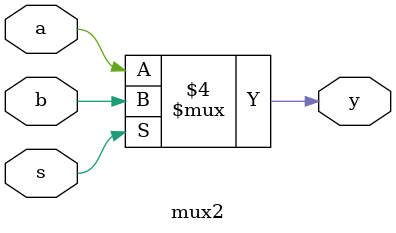
<source format=v>
module mux2(a, b, s, y);

	// input ports & output port
	input a, b, s;
	output reg y;
	
	always @ (*) begin
		if(s == 1'b0) y <= a;
		else y <= b;
	end
	
endmodule

</source>
